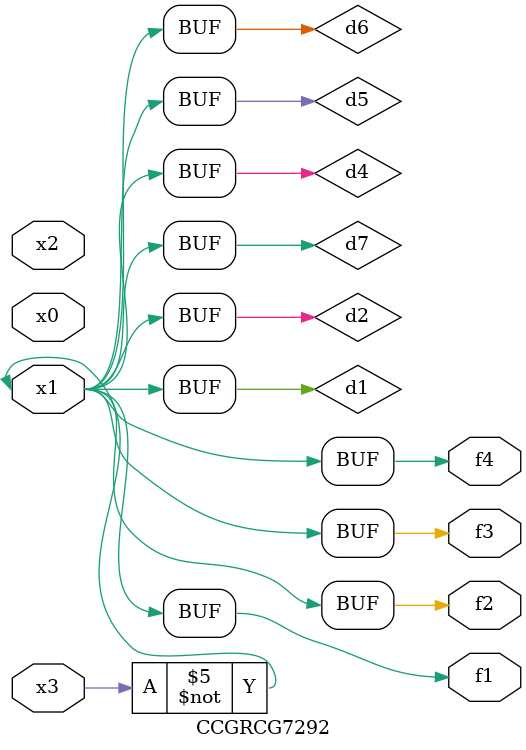
<source format=v>
module CCGRCG7292(
	input x0, x1, x2, x3,
	output f1, f2, f3, f4
);

	wire d1, d2, d3, d4, d5, d6, d7;

	not (d1, x3);
	buf (d2, x1);
	xnor (d3, d1, d2);
	nor (d4, d1);
	buf (d5, d1, d2);
	buf (d6, d4, d5);
	nand (d7, d4);
	assign f1 = d6;
	assign f2 = d7;
	assign f3 = d6;
	assign f4 = d6;
endmodule

</source>
